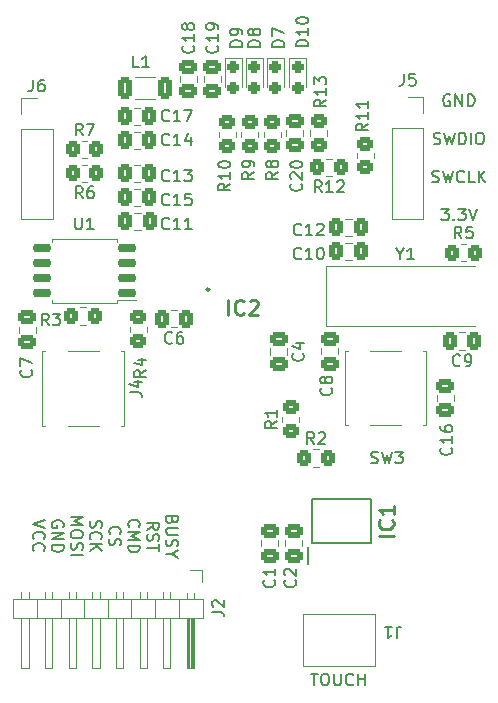
<source format=gto>
G04 #@! TF.GenerationSoftware,KiCad,Pcbnew,6.0.10*
G04 #@! TF.CreationDate,2023-07-05T17:22:53-05:00*
G04 #@! TF.ProjectId,display_board,64697370-6c61-4795-9f62-6f6172642e6b,rev?*
G04 #@! TF.SameCoordinates,Original*
G04 #@! TF.FileFunction,Legend,Top*
G04 #@! TF.FilePolarity,Positive*
%FSLAX46Y46*%
G04 Gerber Fmt 4.6, Leading zero omitted, Abs format (unit mm)*
G04 Created by KiCad (PCBNEW 6.0.10) date 2023-07-05 17:22:53*
%MOMM*%
%LPD*%
G01*
G04 APERTURE LIST*
G04 Aperture macros list*
%AMRoundRect*
0 Rectangle with rounded corners*
0 $1 Rounding radius*
0 $2 $3 $4 $5 $6 $7 $8 $9 X,Y pos of 4 corners*
0 Add a 4 corners polygon primitive as box body*
4,1,4,$2,$3,$4,$5,$6,$7,$8,$9,$2,$3,0*
0 Add four circle primitives for the rounded corners*
1,1,$1+$1,$2,$3*
1,1,$1+$1,$4,$5*
1,1,$1+$1,$6,$7*
1,1,$1+$1,$8,$9*
0 Add four rect primitives between the rounded corners*
20,1,$1+$1,$2,$3,$4,$5,0*
20,1,$1+$1,$4,$5,$6,$7,0*
20,1,$1+$1,$6,$7,$8,$9,0*
20,1,$1+$1,$8,$9,$2,$3,0*%
G04 Aperture macros list end*
%ADD10C,0.150000*%
%ADD11C,0.254000*%
%ADD12C,0.120000*%
%ADD13C,0.200000*%
%ADD14RoundRect,0.250000X0.337500X0.475000X-0.337500X0.475000X-0.337500X-0.475000X0.337500X-0.475000X0*%
%ADD15RoundRect,0.150000X0.650000X0.150000X-0.650000X0.150000X-0.650000X-0.150000X0.650000X-0.150000X0*%
%ADD16R,4.500000X2.000000*%
%ADD17RoundRect,0.250000X0.350000X0.450000X-0.350000X0.450000X-0.350000X-0.450000X0.350000X-0.450000X0*%
%ADD18RoundRect,0.250000X-0.337500X-0.475000X0.337500X-0.475000X0.337500X0.475000X-0.337500X0.475000X0*%
%ADD19RoundRect,0.250000X-0.350000X-0.450000X0.350000X-0.450000X0.350000X0.450000X-0.350000X0.450000X0*%
%ADD20R,1.350000X1.350000*%
%ADD21O,1.350000X1.350000*%
%ADD22R,1.300000X1.550000*%
%ADD23RoundRect,0.250000X0.475000X-0.337500X0.475000X0.337500X-0.475000X0.337500X-0.475000X-0.337500X0*%
%ADD24RoundRect,0.250000X0.362500X0.700000X-0.362500X0.700000X-0.362500X-0.700000X0.362500X-0.700000X0*%
%ADD25RoundRect,0.250000X0.450000X-0.350000X0.450000X0.350000X-0.450000X0.350000X-0.450000X-0.350000X0*%
%ADD26RoundRect,0.237500X-0.237500X0.287500X-0.237500X-0.287500X0.237500X-0.287500X0.237500X0.287500X0*%
%ADD27R,1.700000X1.700000*%
%ADD28O,1.700000X1.700000*%
%ADD29RoundRect,0.250000X-0.475000X0.337500X-0.475000X-0.337500X0.475000X-0.337500X0.475000X0.337500X0*%
%ADD30R,0.200000X0.850000*%
%ADD31R,0.850000X0.200000*%
%ADD32R,3.200000X3.200000*%
%ADD33RoundRect,0.250000X-0.450000X0.350000X-0.450000X-0.350000X0.450000X-0.350000X0.450000X0.350000X0*%
%ADD34R,0.450000X1.475000*%
%ADD35R,0.600000X2.600000*%
%ADD36R,1.600000X8.000000*%
G04 APERTURE END LIST*
D10*
X30662857Y-64476380D02*
X31234285Y-64476380D01*
X30948571Y-65476380D02*
X30948571Y-64476380D01*
X31758095Y-64476380D02*
X31948571Y-64476380D01*
X32043809Y-64524000D01*
X32139047Y-64619238D01*
X32186666Y-64809714D01*
X32186666Y-65143047D01*
X32139047Y-65333523D01*
X32043809Y-65428761D01*
X31948571Y-65476380D01*
X31758095Y-65476380D01*
X31662857Y-65428761D01*
X31567619Y-65333523D01*
X31520000Y-65143047D01*
X31520000Y-64809714D01*
X31567619Y-64619238D01*
X31662857Y-64524000D01*
X31758095Y-64476380D01*
X32615238Y-64476380D02*
X32615238Y-65285904D01*
X32662857Y-65381142D01*
X32710476Y-65428761D01*
X32805714Y-65476380D01*
X32996190Y-65476380D01*
X33091428Y-65428761D01*
X33139047Y-65381142D01*
X33186666Y-65285904D01*
X33186666Y-64476380D01*
X34234285Y-65381142D02*
X34186666Y-65428761D01*
X34043809Y-65476380D01*
X33948571Y-65476380D01*
X33805714Y-65428761D01*
X33710476Y-65333523D01*
X33662857Y-65238285D01*
X33615238Y-65047809D01*
X33615238Y-64904952D01*
X33662857Y-64714476D01*
X33710476Y-64619238D01*
X33805714Y-64524000D01*
X33948571Y-64476380D01*
X34043809Y-64476380D01*
X34186666Y-64524000D01*
X34234285Y-64571619D01*
X34662857Y-65476380D02*
X34662857Y-64476380D01*
X34662857Y-64952571D02*
X35234285Y-64952571D01*
X35234285Y-65476380D02*
X35234285Y-64476380D01*
X18914428Y-51474857D02*
X18866809Y-51617714D01*
X18819190Y-51665333D01*
X18723952Y-51712952D01*
X18581095Y-51712952D01*
X18485857Y-51665333D01*
X18438238Y-51617714D01*
X18390619Y-51522476D01*
X18390619Y-51141523D01*
X19390619Y-51141523D01*
X19390619Y-51474857D01*
X19343000Y-51570095D01*
X19295380Y-51617714D01*
X19200142Y-51665333D01*
X19104904Y-51665333D01*
X19009666Y-51617714D01*
X18962047Y-51570095D01*
X18914428Y-51474857D01*
X18914428Y-51141523D01*
X19390619Y-52141523D02*
X18581095Y-52141523D01*
X18485857Y-52189142D01*
X18438238Y-52236761D01*
X18390619Y-52332000D01*
X18390619Y-52522476D01*
X18438238Y-52617714D01*
X18485857Y-52665333D01*
X18581095Y-52712952D01*
X19390619Y-52712952D01*
X18438238Y-53141523D02*
X18390619Y-53284380D01*
X18390619Y-53522476D01*
X18438238Y-53617714D01*
X18485857Y-53665333D01*
X18581095Y-53712952D01*
X18676333Y-53712952D01*
X18771571Y-53665333D01*
X18819190Y-53617714D01*
X18866809Y-53522476D01*
X18914428Y-53332000D01*
X18962047Y-53236761D01*
X19009666Y-53189142D01*
X19104904Y-53141523D01*
X19200142Y-53141523D01*
X19295380Y-53189142D01*
X19343000Y-53236761D01*
X19390619Y-53332000D01*
X19390619Y-53570095D01*
X19343000Y-53712952D01*
X18866809Y-54332000D02*
X18390619Y-54332000D01*
X19390619Y-53998666D02*
X18866809Y-54332000D01*
X19390619Y-54665333D01*
X16780619Y-52284380D02*
X17256809Y-51951047D01*
X16780619Y-51712952D02*
X17780619Y-51712952D01*
X17780619Y-52093904D01*
X17733000Y-52189142D01*
X17685380Y-52236761D01*
X17590142Y-52284380D01*
X17447285Y-52284380D01*
X17352047Y-52236761D01*
X17304428Y-52189142D01*
X17256809Y-52093904D01*
X17256809Y-51712952D01*
X16828238Y-52665333D02*
X16780619Y-52808190D01*
X16780619Y-53046285D01*
X16828238Y-53141523D01*
X16875857Y-53189142D01*
X16971095Y-53236761D01*
X17066333Y-53236761D01*
X17161571Y-53189142D01*
X17209190Y-53141523D01*
X17256809Y-53046285D01*
X17304428Y-52855809D01*
X17352047Y-52760571D01*
X17399666Y-52712952D01*
X17494904Y-52665333D01*
X17590142Y-52665333D01*
X17685380Y-52712952D01*
X17733000Y-52760571D01*
X17780619Y-52855809D01*
X17780619Y-53093904D01*
X17733000Y-53236761D01*
X17780619Y-53522476D02*
X17780619Y-54093904D01*
X16780619Y-53808190D02*
X17780619Y-53808190D01*
X15265857Y-52070095D02*
X15218238Y-52022476D01*
X15170619Y-51879619D01*
X15170619Y-51784380D01*
X15218238Y-51641523D01*
X15313476Y-51546285D01*
X15408714Y-51498666D01*
X15599190Y-51451047D01*
X15742047Y-51451047D01*
X15932523Y-51498666D01*
X16027761Y-51546285D01*
X16123000Y-51641523D01*
X16170619Y-51784380D01*
X16170619Y-51879619D01*
X16123000Y-52022476D01*
X16075380Y-52070095D01*
X15170619Y-52498666D02*
X16170619Y-52498666D01*
X15456333Y-52832000D01*
X16170619Y-53165333D01*
X15170619Y-53165333D01*
X15170619Y-53641523D02*
X16170619Y-53641523D01*
X16170619Y-53879619D01*
X16123000Y-54022476D01*
X16027761Y-54117714D01*
X15932523Y-54165333D01*
X15742047Y-54212952D01*
X15599190Y-54212952D01*
X15408714Y-54165333D01*
X15313476Y-54117714D01*
X15218238Y-54022476D01*
X15170619Y-53879619D01*
X15170619Y-53641523D01*
X13655857Y-52665333D02*
X13608238Y-52617714D01*
X13560619Y-52474857D01*
X13560619Y-52379619D01*
X13608238Y-52236761D01*
X13703476Y-52141523D01*
X13798714Y-52093904D01*
X13989190Y-52046285D01*
X14132047Y-52046285D01*
X14322523Y-52093904D01*
X14417761Y-52141523D01*
X14513000Y-52236761D01*
X14560619Y-52379619D01*
X14560619Y-52474857D01*
X14513000Y-52617714D01*
X14465380Y-52665333D01*
X13608238Y-53046285D02*
X13560619Y-53189142D01*
X13560619Y-53427238D01*
X13608238Y-53522476D01*
X13655857Y-53570095D01*
X13751095Y-53617714D01*
X13846333Y-53617714D01*
X13941571Y-53570095D01*
X13989190Y-53522476D01*
X14036809Y-53427238D01*
X14084428Y-53236761D01*
X14132047Y-53141523D01*
X14179666Y-53093904D01*
X14274904Y-53046285D01*
X14370142Y-53046285D01*
X14465380Y-53093904D01*
X14513000Y-53141523D01*
X14560619Y-53236761D01*
X14560619Y-53474857D01*
X14513000Y-53617714D01*
X11998238Y-51546285D02*
X11950619Y-51689142D01*
X11950619Y-51927238D01*
X11998238Y-52022476D01*
X12045857Y-52070095D01*
X12141095Y-52117714D01*
X12236333Y-52117714D01*
X12331571Y-52070095D01*
X12379190Y-52022476D01*
X12426809Y-51927238D01*
X12474428Y-51736761D01*
X12522047Y-51641523D01*
X12569666Y-51593904D01*
X12664904Y-51546285D01*
X12760142Y-51546285D01*
X12855380Y-51593904D01*
X12903000Y-51641523D01*
X12950619Y-51736761D01*
X12950619Y-51974857D01*
X12903000Y-52117714D01*
X12045857Y-53117714D02*
X11998238Y-53070095D01*
X11950619Y-52927238D01*
X11950619Y-52832000D01*
X11998238Y-52689142D01*
X12093476Y-52593904D01*
X12188714Y-52546285D01*
X12379190Y-52498666D01*
X12522047Y-52498666D01*
X12712523Y-52546285D01*
X12807761Y-52593904D01*
X12903000Y-52689142D01*
X12950619Y-52832000D01*
X12950619Y-52927238D01*
X12903000Y-53070095D01*
X12855380Y-53117714D01*
X11950619Y-53546285D02*
X12950619Y-53546285D01*
X11950619Y-54117714D02*
X12522047Y-53689142D01*
X12950619Y-54117714D02*
X12379190Y-53546285D01*
X10340619Y-51260571D02*
X11340619Y-51260571D01*
X10626333Y-51593904D01*
X11340619Y-51927238D01*
X10340619Y-51927238D01*
X11340619Y-52593904D02*
X11340619Y-52784380D01*
X11293000Y-52879619D01*
X11197761Y-52974857D01*
X11007285Y-53022476D01*
X10673952Y-53022476D01*
X10483476Y-52974857D01*
X10388238Y-52879619D01*
X10340619Y-52784380D01*
X10340619Y-52593904D01*
X10388238Y-52498666D01*
X10483476Y-52403428D01*
X10673952Y-52355809D01*
X11007285Y-52355809D01*
X11197761Y-52403428D01*
X11293000Y-52498666D01*
X11340619Y-52593904D01*
X10388238Y-53403428D02*
X10340619Y-53546285D01*
X10340619Y-53784380D01*
X10388238Y-53879619D01*
X10435857Y-53927238D01*
X10531095Y-53974857D01*
X10626333Y-53974857D01*
X10721571Y-53927238D01*
X10769190Y-53879619D01*
X10816809Y-53784380D01*
X10864428Y-53593904D01*
X10912047Y-53498666D01*
X10959666Y-53451047D01*
X11054904Y-53403428D01*
X11150142Y-53403428D01*
X11245380Y-53451047D01*
X11293000Y-53498666D01*
X11340619Y-53593904D01*
X11340619Y-53832000D01*
X11293000Y-53974857D01*
X10340619Y-54403428D02*
X11340619Y-54403428D01*
X9683000Y-52070095D02*
X9730619Y-51974857D01*
X9730619Y-51832000D01*
X9683000Y-51689142D01*
X9587761Y-51593904D01*
X9492523Y-51546285D01*
X9302047Y-51498666D01*
X9159190Y-51498666D01*
X8968714Y-51546285D01*
X8873476Y-51593904D01*
X8778238Y-51689142D01*
X8730619Y-51832000D01*
X8730619Y-51927238D01*
X8778238Y-52070095D01*
X8825857Y-52117714D01*
X9159190Y-52117714D01*
X9159190Y-51927238D01*
X8730619Y-52546285D02*
X9730619Y-52546285D01*
X8730619Y-53117714D01*
X9730619Y-53117714D01*
X8730619Y-53593904D02*
X9730619Y-53593904D01*
X9730619Y-53832000D01*
X9683000Y-53974857D01*
X9587761Y-54070095D01*
X9492523Y-54117714D01*
X9302047Y-54165333D01*
X9159190Y-54165333D01*
X8968714Y-54117714D01*
X8873476Y-54070095D01*
X8778238Y-53974857D01*
X8730619Y-53832000D01*
X8730619Y-53593904D01*
X8120619Y-51498666D02*
X7120619Y-51832000D01*
X8120619Y-52165333D01*
X7215857Y-53070095D02*
X7168238Y-53022476D01*
X7120619Y-52879619D01*
X7120619Y-52784380D01*
X7168238Y-52641523D01*
X7263476Y-52546285D01*
X7358714Y-52498666D01*
X7549190Y-52451047D01*
X7692047Y-52451047D01*
X7882523Y-52498666D01*
X7977761Y-52546285D01*
X8073000Y-52641523D01*
X8120619Y-52784380D01*
X8120619Y-52879619D01*
X8073000Y-53022476D01*
X8025380Y-53070095D01*
X7215857Y-54070095D02*
X7168238Y-54022476D01*
X7120619Y-53879619D01*
X7120619Y-53784380D01*
X7168238Y-53641523D01*
X7263476Y-53546285D01*
X7358714Y-53498666D01*
X7549190Y-53451047D01*
X7692047Y-53451047D01*
X7882523Y-53498666D01*
X7977761Y-53546285D01*
X8073000Y-53641523D01*
X8120619Y-53784380D01*
X8120619Y-53879619D01*
X8073000Y-54022476D01*
X8025380Y-54070095D01*
X42418095Y-15498000D02*
X42322857Y-15450380D01*
X42180000Y-15450380D01*
X42037142Y-15498000D01*
X41941904Y-15593238D01*
X41894285Y-15688476D01*
X41846666Y-15878952D01*
X41846666Y-16021809D01*
X41894285Y-16212285D01*
X41941904Y-16307523D01*
X42037142Y-16402761D01*
X42180000Y-16450380D01*
X42275238Y-16450380D01*
X42418095Y-16402761D01*
X42465714Y-16355142D01*
X42465714Y-16021809D01*
X42275238Y-16021809D01*
X42894285Y-16450380D02*
X42894285Y-15450380D01*
X43465714Y-16450380D01*
X43465714Y-15450380D01*
X43941904Y-16450380D02*
X43941904Y-15450380D01*
X44180000Y-15450380D01*
X44322857Y-15498000D01*
X44418095Y-15593238D01*
X44465714Y-15688476D01*
X44513333Y-15878952D01*
X44513333Y-16021809D01*
X44465714Y-16212285D01*
X44418095Y-16307523D01*
X44322857Y-16402761D01*
X44180000Y-16450380D01*
X43941904Y-16450380D01*
X41060952Y-19622761D02*
X41203809Y-19670380D01*
X41441904Y-19670380D01*
X41537142Y-19622761D01*
X41584761Y-19575142D01*
X41632380Y-19479904D01*
X41632380Y-19384666D01*
X41584761Y-19289428D01*
X41537142Y-19241809D01*
X41441904Y-19194190D01*
X41251428Y-19146571D01*
X41156190Y-19098952D01*
X41108571Y-19051333D01*
X41060952Y-18956095D01*
X41060952Y-18860857D01*
X41108571Y-18765619D01*
X41156190Y-18718000D01*
X41251428Y-18670380D01*
X41489523Y-18670380D01*
X41632380Y-18718000D01*
X41965714Y-18670380D02*
X42203809Y-19670380D01*
X42394285Y-18956095D01*
X42584761Y-19670380D01*
X42822857Y-18670380D01*
X43203809Y-19670380D02*
X43203809Y-18670380D01*
X43441904Y-18670380D01*
X43584761Y-18718000D01*
X43680000Y-18813238D01*
X43727619Y-18908476D01*
X43775238Y-19098952D01*
X43775238Y-19241809D01*
X43727619Y-19432285D01*
X43680000Y-19527523D01*
X43584761Y-19622761D01*
X43441904Y-19670380D01*
X43203809Y-19670380D01*
X44203809Y-19670380D02*
X44203809Y-18670380D01*
X44870476Y-18670380D02*
X45060952Y-18670380D01*
X45156190Y-18718000D01*
X45251428Y-18813238D01*
X45299047Y-19003714D01*
X45299047Y-19337047D01*
X45251428Y-19527523D01*
X45156190Y-19622761D01*
X45060952Y-19670380D01*
X44870476Y-19670380D01*
X44775238Y-19622761D01*
X44680000Y-19527523D01*
X44632380Y-19337047D01*
X44632380Y-19003714D01*
X44680000Y-18813238D01*
X44775238Y-18718000D01*
X44870476Y-18670380D01*
X40918095Y-22842761D02*
X41060952Y-22890380D01*
X41299047Y-22890380D01*
X41394285Y-22842761D01*
X41441904Y-22795142D01*
X41489523Y-22699904D01*
X41489523Y-22604666D01*
X41441904Y-22509428D01*
X41394285Y-22461809D01*
X41299047Y-22414190D01*
X41108571Y-22366571D01*
X41013333Y-22318952D01*
X40965714Y-22271333D01*
X40918095Y-22176095D01*
X40918095Y-22080857D01*
X40965714Y-21985619D01*
X41013333Y-21938000D01*
X41108571Y-21890380D01*
X41346666Y-21890380D01*
X41489523Y-21938000D01*
X41822857Y-21890380D02*
X42060952Y-22890380D01*
X42251428Y-22176095D01*
X42441904Y-22890380D01*
X42680000Y-21890380D01*
X43632380Y-22795142D02*
X43584761Y-22842761D01*
X43441904Y-22890380D01*
X43346666Y-22890380D01*
X43203809Y-22842761D01*
X43108571Y-22747523D01*
X43060952Y-22652285D01*
X43013333Y-22461809D01*
X43013333Y-22318952D01*
X43060952Y-22128476D01*
X43108571Y-22033238D01*
X43203809Y-21938000D01*
X43346666Y-21890380D01*
X43441904Y-21890380D01*
X43584761Y-21938000D01*
X43632380Y-21985619D01*
X44537142Y-22890380D02*
X44060952Y-22890380D01*
X44060952Y-21890380D01*
X44870476Y-22890380D02*
X44870476Y-21890380D01*
X45441904Y-22890380D02*
X45013333Y-22318952D01*
X45441904Y-21890380D02*
X44870476Y-22461809D01*
X41703809Y-25110380D02*
X42322857Y-25110380D01*
X41989523Y-25491333D01*
X42132380Y-25491333D01*
X42227619Y-25538952D01*
X42275238Y-25586571D01*
X42322857Y-25681809D01*
X42322857Y-25919904D01*
X42275238Y-26015142D01*
X42227619Y-26062761D01*
X42132380Y-26110380D01*
X41846666Y-26110380D01*
X41751428Y-26062761D01*
X41703809Y-26015142D01*
X42751428Y-26015142D02*
X42799047Y-26062761D01*
X42751428Y-26110380D01*
X42703809Y-26062761D01*
X42751428Y-26015142D01*
X42751428Y-26110380D01*
X43132380Y-25110380D02*
X43751428Y-25110380D01*
X43418095Y-25491333D01*
X43560952Y-25491333D01*
X43656190Y-25538952D01*
X43703809Y-25586571D01*
X43751428Y-25681809D01*
X43751428Y-25919904D01*
X43703809Y-26015142D01*
X43656190Y-26062761D01*
X43560952Y-26110380D01*
X43275238Y-26110380D01*
X43180000Y-26062761D01*
X43132380Y-26015142D01*
X44037142Y-25110380D02*
X44370476Y-26110380D01*
X44703809Y-25110380D01*
X18661142Y-17629142D02*
X18613523Y-17676761D01*
X18470666Y-17724380D01*
X18375428Y-17724380D01*
X18232571Y-17676761D01*
X18137333Y-17581523D01*
X18089714Y-17486285D01*
X18042095Y-17295809D01*
X18042095Y-17152952D01*
X18089714Y-16962476D01*
X18137333Y-16867238D01*
X18232571Y-16772000D01*
X18375428Y-16724380D01*
X18470666Y-16724380D01*
X18613523Y-16772000D01*
X18661142Y-16819619D01*
X19613523Y-17724380D02*
X19042095Y-17724380D01*
X19327809Y-17724380D02*
X19327809Y-16724380D01*
X19232571Y-16867238D01*
X19137333Y-16962476D01*
X19042095Y-17010095D01*
X19946857Y-16724380D02*
X20613523Y-16724380D01*
X20184952Y-17724380D01*
X18661142Y-24741142D02*
X18613523Y-24788761D01*
X18470666Y-24836380D01*
X18375428Y-24836380D01*
X18232571Y-24788761D01*
X18137333Y-24693523D01*
X18089714Y-24598285D01*
X18042095Y-24407809D01*
X18042095Y-24264952D01*
X18089714Y-24074476D01*
X18137333Y-23979238D01*
X18232571Y-23884000D01*
X18375428Y-23836380D01*
X18470666Y-23836380D01*
X18613523Y-23884000D01*
X18661142Y-23931619D01*
X19613523Y-24836380D02*
X19042095Y-24836380D01*
X19327809Y-24836380D02*
X19327809Y-23836380D01*
X19232571Y-23979238D01*
X19137333Y-24074476D01*
X19042095Y-24122095D01*
X20518285Y-23836380D02*
X20042095Y-23836380D01*
X19994476Y-24312571D01*
X20042095Y-24264952D01*
X20137333Y-24217333D01*
X20375428Y-24217333D01*
X20470666Y-24264952D01*
X20518285Y-24312571D01*
X20565904Y-24407809D01*
X20565904Y-24645904D01*
X20518285Y-24741142D01*
X20470666Y-24788761D01*
X20375428Y-24836380D01*
X20137333Y-24836380D01*
X20042095Y-24788761D01*
X19994476Y-24741142D01*
X10710095Y-25868380D02*
X10710095Y-26677904D01*
X10757714Y-26773142D01*
X10805333Y-26820761D01*
X10900571Y-26868380D01*
X11091047Y-26868380D01*
X11186285Y-26820761D01*
X11233904Y-26773142D01*
X11281523Y-26677904D01*
X11281523Y-25868380D01*
X12281523Y-26868380D02*
X11710095Y-26868380D01*
X11995809Y-26868380D02*
X11995809Y-25868380D01*
X11900571Y-26011238D01*
X11805333Y-26106476D01*
X11710095Y-26154095D01*
X38199809Y-28938190D02*
X38199809Y-29414380D01*
X37866476Y-28414380D02*
X38199809Y-28938190D01*
X38533142Y-28414380D01*
X39390285Y-29414380D02*
X38818857Y-29414380D01*
X39104571Y-29414380D02*
X39104571Y-28414380D01*
X39009333Y-28557238D01*
X38914095Y-28652476D01*
X38818857Y-28700095D01*
X8469333Y-34996380D02*
X8136000Y-34520190D01*
X7897904Y-34996380D02*
X7897904Y-33996380D01*
X8278857Y-33996380D01*
X8374095Y-34044000D01*
X8421714Y-34091619D01*
X8469333Y-34186857D01*
X8469333Y-34329714D01*
X8421714Y-34424952D01*
X8374095Y-34472571D01*
X8278857Y-34520190D01*
X7897904Y-34520190D01*
X8802666Y-33996380D02*
X9421714Y-33996380D01*
X9088380Y-34377333D01*
X9231238Y-34377333D01*
X9326476Y-34424952D01*
X9374095Y-34472571D01*
X9421714Y-34567809D01*
X9421714Y-34805904D01*
X9374095Y-34901142D01*
X9326476Y-34948761D01*
X9231238Y-34996380D01*
X8945523Y-34996380D01*
X8850285Y-34948761D01*
X8802666Y-34901142D01*
X29837142Y-29313142D02*
X29789523Y-29360761D01*
X29646666Y-29408380D01*
X29551428Y-29408380D01*
X29408571Y-29360761D01*
X29313333Y-29265523D01*
X29265714Y-29170285D01*
X29218095Y-28979809D01*
X29218095Y-28836952D01*
X29265714Y-28646476D01*
X29313333Y-28551238D01*
X29408571Y-28456000D01*
X29551428Y-28408380D01*
X29646666Y-28408380D01*
X29789523Y-28456000D01*
X29837142Y-28503619D01*
X30789523Y-29408380D02*
X30218095Y-29408380D01*
X30503809Y-29408380D02*
X30503809Y-28408380D01*
X30408571Y-28551238D01*
X30313333Y-28646476D01*
X30218095Y-28694095D01*
X31408571Y-28408380D02*
X31503809Y-28408380D01*
X31599047Y-28456000D01*
X31646666Y-28503619D01*
X31694285Y-28598857D01*
X31741904Y-28789333D01*
X31741904Y-29027428D01*
X31694285Y-29217904D01*
X31646666Y-29313142D01*
X31599047Y-29360761D01*
X31503809Y-29408380D01*
X31408571Y-29408380D01*
X31313333Y-29360761D01*
X31265714Y-29313142D01*
X31218095Y-29217904D01*
X31170476Y-29027428D01*
X31170476Y-28789333D01*
X31218095Y-28598857D01*
X31265714Y-28503619D01*
X31313333Y-28456000D01*
X31408571Y-28408380D01*
X43410333Y-27631380D02*
X43077000Y-27155190D01*
X42838904Y-27631380D02*
X42838904Y-26631380D01*
X43219857Y-26631380D01*
X43315095Y-26679000D01*
X43362714Y-26726619D01*
X43410333Y-26821857D01*
X43410333Y-26964714D01*
X43362714Y-27059952D01*
X43315095Y-27107571D01*
X43219857Y-27155190D01*
X42838904Y-27155190D01*
X44315095Y-26631380D02*
X43838904Y-26631380D01*
X43791285Y-27107571D01*
X43838904Y-27059952D01*
X43934142Y-27012333D01*
X44172238Y-27012333D01*
X44267476Y-27059952D01*
X44315095Y-27107571D01*
X44362714Y-27202809D01*
X44362714Y-27440904D01*
X44315095Y-27536142D01*
X44267476Y-27583761D01*
X44172238Y-27631380D01*
X43934142Y-27631380D01*
X43838904Y-27583761D01*
X43791285Y-27536142D01*
X22312380Y-59261333D02*
X23026666Y-59261333D01*
X23169523Y-59308952D01*
X23264761Y-59404190D01*
X23312380Y-59547047D01*
X23312380Y-59642285D01*
X22407619Y-58832761D02*
X22360000Y-58785142D01*
X22312380Y-58689904D01*
X22312380Y-58451809D01*
X22360000Y-58356571D01*
X22407619Y-58308952D01*
X22502857Y-58261333D01*
X22598095Y-58261333D01*
X22740952Y-58308952D01*
X23312380Y-58880380D01*
X23312380Y-58261333D01*
X35750666Y-46632761D02*
X35893523Y-46680380D01*
X36131619Y-46680380D01*
X36226857Y-46632761D01*
X36274476Y-46585142D01*
X36322095Y-46489904D01*
X36322095Y-46394666D01*
X36274476Y-46299428D01*
X36226857Y-46251809D01*
X36131619Y-46204190D01*
X35941142Y-46156571D01*
X35845904Y-46108952D01*
X35798285Y-46061333D01*
X35750666Y-45966095D01*
X35750666Y-45870857D01*
X35798285Y-45775619D01*
X35845904Y-45728000D01*
X35941142Y-45680380D01*
X36179238Y-45680380D01*
X36322095Y-45728000D01*
X36655428Y-45680380D02*
X36893523Y-46680380D01*
X37084000Y-45966095D01*
X37274476Y-46680380D01*
X37512571Y-45680380D01*
X37798285Y-45680380D02*
X38417333Y-45680380D01*
X38084000Y-46061333D01*
X38226857Y-46061333D01*
X38322095Y-46108952D01*
X38369714Y-46156571D01*
X38417333Y-46251809D01*
X38417333Y-46489904D01*
X38369714Y-46585142D01*
X38322095Y-46632761D01*
X38226857Y-46680380D01*
X37941142Y-46680380D01*
X37845904Y-46632761D01*
X37798285Y-46585142D01*
X42521142Y-45346857D02*
X42568761Y-45394476D01*
X42616380Y-45537333D01*
X42616380Y-45632571D01*
X42568761Y-45775428D01*
X42473523Y-45870666D01*
X42378285Y-45918285D01*
X42187809Y-45965904D01*
X42044952Y-45965904D01*
X41854476Y-45918285D01*
X41759238Y-45870666D01*
X41664000Y-45775428D01*
X41616380Y-45632571D01*
X41616380Y-45537333D01*
X41664000Y-45394476D01*
X41711619Y-45346857D01*
X42616380Y-44394476D02*
X42616380Y-44965904D01*
X42616380Y-44680190D02*
X41616380Y-44680190D01*
X41759238Y-44775428D01*
X41854476Y-44870666D01*
X41902095Y-44965904D01*
X41616380Y-43537333D02*
X41616380Y-43727809D01*
X41664000Y-43823047D01*
X41711619Y-43870666D01*
X41854476Y-43965904D01*
X42044952Y-44013523D01*
X42425904Y-44013523D01*
X42521142Y-43965904D01*
X42568761Y-43918285D01*
X42616380Y-43823047D01*
X42616380Y-43632571D01*
X42568761Y-43537333D01*
X42521142Y-43489714D01*
X42425904Y-43442095D01*
X42187809Y-43442095D01*
X42092571Y-43489714D01*
X42044952Y-43537333D01*
X41997333Y-43632571D01*
X41997333Y-43823047D01*
X42044952Y-43918285D01*
X42092571Y-43965904D01*
X42187809Y-44013523D01*
X11333333Y-24238380D02*
X11000000Y-23762190D01*
X10761904Y-24238380D02*
X10761904Y-23238380D01*
X11142857Y-23238380D01*
X11238095Y-23286000D01*
X11285714Y-23333619D01*
X11333333Y-23428857D01*
X11333333Y-23571714D01*
X11285714Y-23666952D01*
X11238095Y-23714571D01*
X11142857Y-23762190D01*
X10761904Y-23762190D01*
X12190476Y-23238380D02*
X12000000Y-23238380D01*
X11904761Y-23286000D01*
X11857142Y-23333619D01*
X11761904Y-23476476D01*
X11714285Y-23666952D01*
X11714285Y-24047904D01*
X11761904Y-24143142D01*
X11809523Y-24190761D01*
X11904761Y-24238380D01*
X12095238Y-24238380D01*
X12190476Y-24190761D01*
X12238095Y-24143142D01*
X12285714Y-24047904D01*
X12285714Y-23809809D01*
X12238095Y-23714571D01*
X12190476Y-23666952D01*
X12095238Y-23619333D01*
X11904761Y-23619333D01*
X11809523Y-23666952D01*
X11761904Y-23714571D01*
X11714285Y-23809809D01*
X31558142Y-23730380D02*
X31224809Y-23254190D01*
X30986714Y-23730380D02*
X30986714Y-22730380D01*
X31367666Y-22730380D01*
X31462904Y-22778000D01*
X31510523Y-22825619D01*
X31558142Y-22920857D01*
X31558142Y-23063714D01*
X31510523Y-23158952D01*
X31462904Y-23206571D01*
X31367666Y-23254190D01*
X30986714Y-23254190D01*
X32510523Y-23730380D02*
X31939095Y-23730380D01*
X32224809Y-23730380D02*
X32224809Y-22730380D01*
X32129571Y-22873238D01*
X32034333Y-22968476D01*
X31939095Y-23016095D01*
X32891476Y-22825619D02*
X32939095Y-22778000D01*
X33034333Y-22730380D01*
X33272428Y-22730380D01*
X33367666Y-22778000D01*
X33415285Y-22825619D01*
X33462904Y-22920857D01*
X33462904Y-23016095D01*
X33415285Y-23158952D01*
X32843857Y-23730380D01*
X33462904Y-23730380D01*
X18661142Y-26773142D02*
X18613523Y-26820761D01*
X18470666Y-26868380D01*
X18375428Y-26868380D01*
X18232571Y-26820761D01*
X18137333Y-26725523D01*
X18089714Y-26630285D01*
X18042095Y-26439809D01*
X18042095Y-26296952D01*
X18089714Y-26106476D01*
X18137333Y-26011238D01*
X18232571Y-25916000D01*
X18375428Y-25868380D01*
X18470666Y-25868380D01*
X18613523Y-25916000D01*
X18661142Y-25963619D01*
X19613523Y-26868380D02*
X19042095Y-26868380D01*
X19327809Y-26868380D02*
X19327809Y-25868380D01*
X19232571Y-26011238D01*
X19137333Y-26106476D01*
X19042095Y-26154095D01*
X20565904Y-26868380D02*
X19994476Y-26868380D01*
X20280190Y-26868380D02*
X20280190Y-25868380D01*
X20184952Y-26011238D01*
X20089714Y-26106476D01*
X19994476Y-26154095D01*
X11333333Y-18906380D02*
X11000000Y-18430190D01*
X10761904Y-18906380D02*
X10761904Y-17906380D01*
X11142857Y-17906380D01*
X11238095Y-17954000D01*
X11285714Y-18001619D01*
X11333333Y-18096857D01*
X11333333Y-18239714D01*
X11285714Y-18334952D01*
X11238095Y-18382571D01*
X11142857Y-18430190D01*
X10761904Y-18430190D01*
X11666666Y-17906380D02*
X12333333Y-17906380D01*
X11904761Y-18906380D01*
X20677142Y-11310857D02*
X20724761Y-11358476D01*
X20772380Y-11501333D01*
X20772380Y-11596571D01*
X20724761Y-11739428D01*
X20629523Y-11834666D01*
X20534285Y-11882285D01*
X20343809Y-11929904D01*
X20200952Y-11929904D01*
X20010476Y-11882285D01*
X19915238Y-11834666D01*
X19820000Y-11739428D01*
X19772380Y-11596571D01*
X19772380Y-11501333D01*
X19820000Y-11358476D01*
X19867619Y-11310857D01*
X20772380Y-10358476D02*
X20772380Y-10929904D01*
X20772380Y-10644190D02*
X19772380Y-10644190D01*
X19915238Y-10739428D01*
X20010476Y-10834666D01*
X20058095Y-10929904D01*
X20200952Y-9787047D02*
X20153333Y-9882285D01*
X20105714Y-9929904D01*
X20010476Y-9977523D01*
X19962857Y-9977523D01*
X19867619Y-9929904D01*
X19820000Y-9882285D01*
X19772380Y-9787047D01*
X19772380Y-9596571D01*
X19820000Y-9501333D01*
X19867619Y-9453714D01*
X19962857Y-9406095D01*
X20010476Y-9406095D01*
X20105714Y-9453714D01*
X20153333Y-9501333D01*
X20200952Y-9596571D01*
X20200952Y-9787047D01*
X20248571Y-9882285D01*
X20296190Y-9929904D01*
X20391428Y-9977523D01*
X20581904Y-9977523D01*
X20677142Y-9929904D01*
X20724761Y-9882285D01*
X20772380Y-9787047D01*
X20772380Y-9596571D01*
X20724761Y-9501333D01*
X20677142Y-9453714D01*
X20581904Y-9406095D01*
X20391428Y-9406095D01*
X20296190Y-9453714D01*
X20248571Y-9501333D01*
X20200952Y-9596571D01*
X16089333Y-13152380D02*
X15613142Y-13152380D01*
X15613142Y-12152380D01*
X16946476Y-13152380D02*
X16375047Y-13152380D01*
X16660761Y-13152380D02*
X16660761Y-12152380D01*
X16565523Y-12295238D01*
X16470285Y-12390476D01*
X16375047Y-12438095D01*
X31948380Y-15882857D02*
X31472190Y-16216190D01*
X31948380Y-16454285D02*
X30948380Y-16454285D01*
X30948380Y-16073333D01*
X30996000Y-15978095D01*
X31043619Y-15930476D01*
X31138857Y-15882857D01*
X31281714Y-15882857D01*
X31376952Y-15930476D01*
X31424571Y-15978095D01*
X31472190Y-16073333D01*
X31472190Y-16454285D01*
X31948380Y-14930476D02*
X31948380Y-15501904D01*
X31948380Y-15216190D02*
X30948380Y-15216190D01*
X31091238Y-15311428D01*
X31186476Y-15406666D01*
X31234095Y-15501904D01*
X30948380Y-14597142D02*
X30948380Y-13978095D01*
X31329333Y-14311428D01*
X31329333Y-14168571D01*
X31376952Y-14073333D01*
X31424571Y-14025714D01*
X31519809Y-13978095D01*
X31757904Y-13978095D01*
X31853142Y-14025714D01*
X31900761Y-14073333D01*
X31948380Y-14168571D01*
X31948380Y-14454285D01*
X31900761Y-14549523D01*
X31853142Y-14597142D01*
X23820380Y-22994857D02*
X23344190Y-23328190D01*
X23820380Y-23566285D02*
X22820380Y-23566285D01*
X22820380Y-23185333D01*
X22868000Y-23090095D01*
X22915619Y-23042476D01*
X23010857Y-22994857D01*
X23153714Y-22994857D01*
X23248952Y-23042476D01*
X23296571Y-23090095D01*
X23344190Y-23185333D01*
X23344190Y-23566285D01*
X23820380Y-22042476D02*
X23820380Y-22613904D01*
X23820380Y-22328190D02*
X22820380Y-22328190D01*
X22963238Y-22423428D01*
X23058476Y-22518666D01*
X23106095Y-22613904D01*
X22820380Y-21423428D02*
X22820380Y-21328190D01*
X22868000Y-21232952D01*
X22915619Y-21185333D01*
X23010857Y-21137714D01*
X23201333Y-21090095D01*
X23439428Y-21090095D01*
X23629904Y-21137714D01*
X23725142Y-21185333D01*
X23772761Y-21232952D01*
X23820380Y-21328190D01*
X23820380Y-21423428D01*
X23772761Y-21518666D01*
X23725142Y-21566285D01*
X23629904Y-21613904D01*
X23439428Y-21661523D01*
X23201333Y-21661523D01*
X23010857Y-21613904D01*
X22915619Y-21566285D01*
X22868000Y-21518666D01*
X22820380Y-21423428D01*
X18904833Y-36454142D02*
X18857214Y-36501761D01*
X18714357Y-36549380D01*
X18619119Y-36549380D01*
X18476261Y-36501761D01*
X18381023Y-36406523D01*
X18333404Y-36311285D01*
X18285785Y-36120809D01*
X18285785Y-35977952D01*
X18333404Y-35787476D01*
X18381023Y-35692238D01*
X18476261Y-35597000D01*
X18619119Y-35549380D01*
X18714357Y-35549380D01*
X18857214Y-35597000D01*
X18904833Y-35644619D01*
X19761976Y-35549380D02*
X19571500Y-35549380D01*
X19476261Y-35597000D01*
X19428642Y-35644619D01*
X19333404Y-35787476D01*
X19285785Y-35977952D01*
X19285785Y-36358904D01*
X19333404Y-36454142D01*
X19381023Y-36501761D01*
X19476261Y-36549380D01*
X19666738Y-36549380D01*
X19761976Y-36501761D01*
X19809595Y-36454142D01*
X19857214Y-36358904D01*
X19857214Y-36120809D01*
X19809595Y-36025571D01*
X19761976Y-35977952D01*
X19666738Y-35930333D01*
X19476261Y-35930333D01*
X19381023Y-35977952D01*
X19333404Y-36025571D01*
X19285785Y-36120809D01*
X30424380Y-11374285D02*
X29424380Y-11374285D01*
X29424380Y-11136190D01*
X29472000Y-10993333D01*
X29567238Y-10898095D01*
X29662476Y-10850476D01*
X29852952Y-10802857D01*
X29995809Y-10802857D01*
X30186285Y-10850476D01*
X30281523Y-10898095D01*
X30376761Y-10993333D01*
X30424380Y-11136190D01*
X30424380Y-11374285D01*
X30424380Y-9850476D02*
X30424380Y-10421904D01*
X30424380Y-10136190D02*
X29424380Y-10136190D01*
X29567238Y-10231428D01*
X29662476Y-10326666D01*
X29710095Y-10421904D01*
X29424380Y-9231428D02*
X29424380Y-9136190D01*
X29472000Y-9040952D01*
X29519619Y-8993333D01*
X29614857Y-8945714D01*
X29805333Y-8898095D01*
X30043428Y-8898095D01*
X30233904Y-8945714D01*
X30329142Y-8993333D01*
X30376761Y-9040952D01*
X30424380Y-9136190D01*
X30424380Y-9231428D01*
X30376761Y-9326666D01*
X30329142Y-9374285D01*
X30233904Y-9421904D01*
X30043428Y-9469523D01*
X29805333Y-9469523D01*
X29614857Y-9421904D01*
X29519619Y-9374285D01*
X29472000Y-9326666D01*
X29424380Y-9231428D01*
X38528666Y-13700380D02*
X38528666Y-14414666D01*
X38481047Y-14557523D01*
X38385809Y-14652761D01*
X38242952Y-14700380D01*
X38147714Y-14700380D01*
X39481047Y-13700380D02*
X39004857Y-13700380D01*
X38957238Y-14176571D01*
X39004857Y-14128952D01*
X39100095Y-14081333D01*
X39338190Y-14081333D01*
X39433428Y-14128952D01*
X39481047Y-14176571D01*
X39528666Y-14271809D01*
X39528666Y-14509904D01*
X39481047Y-14605142D01*
X39433428Y-14652761D01*
X39338190Y-14700380D01*
X39100095Y-14700380D01*
X39004857Y-14652761D01*
X38957238Y-14605142D01*
X25852380Y-22010666D02*
X25376190Y-22344000D01*
X25852380Y-22582095D02*
X24852380Y-22582095D01*
X24852380Y-22201142D01*
X24900000Y-22105904D01*
X24947619Y-22058285D01*
X25042857Y-22010666D01*
X25185714Y-22010666D01*
X25280952Y-22058285D01*
X25328571Y-22105904D01*
X25376190Y-22201142D01*
X25376190Y-22582095D01*
X25852380Y-21534476D02*
X25852380Y-21344000D01*
X25804761Y-21248761D01*
X25757142Y-21201142D01*
X25614285Y-21105904D01*
X25423809Y-21058285D01*
X25042857Y-21058285D01*
X24947619Y-21105904D01*
X24900000Y-21153523D01*
X24852380Y-21248761D01*
X24852380Y-21439238D01*
X24900000Y-21534476D01*
X24947619Y-21582095D01*
X25042857Y-21629714D01*
X25280952Y-21629714D01*
X25376190Y-21582095D01*
X25423809Y-21534476D01*
X25471428Y-21439238D01*
X25471428Y-21248761D01*
X25423809Y-21153523D01*
X25376190Y-21105904D01*
X25280952Y-21058285D01*
X29977142Y-37377666D02*
X30024761Y-37425285D01*
X30072380Y-37568142D01*
X30072380Y-37663380D01*
X30024761Y-37806238D01*
X29929523Y-37901476D01*
X29834285Y-37949095D01*
X29643809Y-37996714D01*
X29500952Y-37996714D01*
X29310476Y-37949095D01*
X29215238Y-37901476D01*
X29120000Y-37806238D01*
X29072380Y-37663380D01*
X29072380Y-37568142D01*
X29120000Y-37425285D01*
X29167619Y-37377666D01*
X29405714Y-36520523D02*
X30072380Y-36520523D01*
X29024761Y-36758619D02*
X29739047Y-36996714D01*
X29739047Y-36377666D01*
X7118666Y-14188380D02*
X7118666Y-14902666D01*
X7071047Y-15045523D01*
X6975809Y-15140761D01*
X6832952Y-15188380D01*
X6737714Y-15188380D01*
X8023428Y-14188380D02*
X7832952Y-14188380D01*
X7737714Y-14236000D01*
X7690095Y-14283619D01*
X7594857Y-14426476D01*
X7547238Y-14616952D01*
X7547238Y-14997904D01*
X7594857Y-15093142D01*
X7642476Y-15140761D01*
X7737714Y-15188380D01*
X7928190Y-15188380D01*
X8023428Y-15140761D01*
X8071047Y-15093142D01*
X8118666Y-14997904D01*
X8118666Y-14759809D01*
X8071047Y-14664571D01*
X8023428Y-14616952D01*
X7928190Y-14569333D01*
X7737714Y-14569333D01*
X7642476Y-14616952D01*
X7594857Y-14664571D01*
X7547238Y-14759809D01*
X18661142Y-22709142D02*
X18613523Y-22756761D01*
X18470666Y-22804380D01*
X18375428Y-22804380D01*
X18232571Y-22756761D01*
X18137333Y-22661523D01*
X18089714Y-22566285D01*
X18042095Y-22375809D01*
X18042095Y-22232952D01*
X18089714Y-22042476D01*
X18137333Y-21947238D01*
X18232571Y-21852000D01*
X18375428Y-21804380D01*
X18470666Y-21804380D01*
X18613523Y-21852000D01*
X18661142Y-21899619D01*
X19613523Y-22804380D02*
X19042095Y-22804380D01*
X19327809Y-22804380D02*
X19327809Y-21804380D01*
X19232571Y-21947238D01*
X19137333Y-22042476D01*
X19042095Y-22090095D01*
X19946857Y-21804380D02*
X20565904Y-21804380D01*
X20232571Y-22185333D01*
X20375428Y-22185333D01*
X20470666Y-22232952D01*
X20518285Y-22280571D01*
X20565904Y-22375809D01*
X20565904Y-22613904D01*
X20518285Y-22709142D01*
X20470666Y-22756761D01*
X20375428Y-22804380D01*
X20089714Y-22804380D01*
X19994476Y-22756761D01*
X19946857Y-22709142D01*
X18661142Y-19661142D02*
X18613523Y-19708761D01*
X18470666Y-19756380D01*
X18375428Y-19756380D01*
X18232571Y-19708761D01*
X18137333Y-19613523D01*
X18089714Y-19518285D01*
X18042095Y-19327809D01*
X18042095Y-19184952D01*
X18089714Y-18994476D01*
X18137333Y-18899238D01*
X18232571Y-18804000D01*
X18375428Y-18756380D01*
X18470666Y-18756380D01*
X18613523Y-18804000D01*
X18661142Y-18851619D01*
X19613523Y-19756380D02*
X19042095Y-19756380D01*
X19327809Y-19756380D02*
X19327809Y-18756380D01*
X19232571Y-18899238D01*
X19137333Y-18994476D01*
X19042095Y-19042095D01*
X20470666Y-19089714D02*
X20470666Y-19756380D01*
X20232571Y-18708761D02*
X19994476Y-19423047D01*
X20613523Y-19423047D01*
X24836380Y-11406095D02*
X23836380Y-11406095D01*
X23836380Y-11168000D01*
X23884000Y-11025142D01*
X23979238Y-10929904D01*
X24074476Y-10882285D01*
X24264952Y-10834666D01*
X24407809Y-10834666D01*
X24598285Y-10882285D01*
X24693523Y-10929904D01*
X24788761Y-11025142D01*
X24836380Y-11168000D01*
X24836380Y-11406095D01*
X24836380Y-10358476D02*
X24836380Y-10168000D01*
X24788761Y-10072761D01*
X24741142Y-10025142D01*
X24598285Y-9929904D01*
X24407809Y-9882285D01*
X24026857Y-9882285D01*
X23931619Y-9929904D01*
X23884000Y-9977523D01*
X23836380Y-10072761D01*
X23836380Y-10263238D01*
X23884000Y-10358476D01*
X23931619Y-10406095D01*
X24026857Y-10453714D01*
X24264952Y-10453714D01*
X24360190Y-10406095D01*
X24407809Y-10358476D01*
X24455428Y-10263238D01*
X24455428Y-10072761D01*
X24407809Y-9977523D01*
X24360190Y-9929904D01*
X24264952Y-9882285D01*
X29313142Y-56554666D02*
X29360761Y-56602285D01*
X29408380Y-56745142D01*
X29408380Y-56840380D01*
X29360761Y-56983238D01*
X29265523Y-57078476D01*
X29170285Y-57126095D01*
X28979809Y-57173714D01*
X28836952Y-57173714D01*
X28646476Y-57126095D01*
X28551238Y-57078476D01*
X28456000Y-56983238D01*
X28408380Y-56840380D01*
X28408380Y-56745142D01*
X28456000Y-56602285D01*
X28503619Y-56554666D01*
X28503619Y-56173714D02*
X28456000Y-56126095D01*
X28408380Y-56030857D01*
X28408380Y-55792761D01*
X28456000Y-55697523D01*
X28503619Y-55649904D01*
X28598857Y-55602285D01*
X28694095Y-55602285D01*
X28836952Y-55649904D01*
X29408380Y-56221333D01*
X29408380Y-55602285D01*
X22709142Y-11310857D02*
X22756761Y-11358476D01*
X22804380Y-11501333D01*
X22804380Y-11596571D01*
X22756761Y-11739428D01*
X22661523Y-11834666D01*
X22566285Y-11882285D01*
X22375809Y-11929904D01*
X22232952Y-11929904D01*
X22042476Y-11882285D01*
X21947238Y-11834666D01*
X21852000Y-11739428D01*
X21804380Y-11596571D01*
X21804380Y-11501333D01*
X21852000Y-11358476D01*
X21899619Y-11310857D01*
X22804380Y-10358476D02*
X22804380Y-10929904D01*
X22804380Y-10644190D02*
X21804380Y-10644190D01*
X21947238Y-10739428D01*
X22042476Y-10834666D01*
X22090095Y-10929904D01*
X22804380Y-9882285D02*
X22804380Y-9691809D01*
X22756761Y-9596571D01*
X22709142Y-9548952D01*
X22566285Y-9453714D01*
X22375809Y-9406095D01*
X21994857Y-9406095D01*
X21899619Y-9453714D01*
X21852000Y-9501333D01*
X21804380Y-9596571D01*
X21804380Y-9787047D01*
X21852000Y-9882285D01*
X21899619Y-9929904D01*
X21994857Y-9977523D01*
X22232952Y-9977523D01*
X22328190Y-9929904D01*
X22375809Y-9882285D01*
X22423428Y-9787047D01*
X22423428Y-9596571D01*
X22375809Y-9501333D01*
X22328190Y-9453714D01*
X22232952Y-9406095D01*
D11*
X23652238Y-34102523D02*
X23652238Y-32832523D01*
X24982714Y-33981571D02*
X24922238Y-34042047D01*
X24740809Y-34102523D01*
X24619857Y-34102523D01*
X24438428Y-34042047D01*
X24317476Y-33921095D01*
X24257000Y-33800142D01*
X24196523Y-33558238D01*
X24196523Y-33376809D01*
X24257000Y-33134904D01*
X24317476Y-33013952D01*
X24438428Y-32893000D01*
X24619857Y-32832523D01*
X24740809Y-32832523D01*
X24922238Y-32893000D01*
X24982714Y-32953476D01*
X25466523Y-32953476D02*
X25527000Y-32893000D01*
X25647952Y-32832523D01*
X25950333Y-32832523D01*
X26071285Y-32893000D01*
X26131761Y-32953476D01*
X26192238Y-33074428D01*
X26192238Y-33195380D01*
X26131761Y-33376809D01*
X25406047Y-34102523D01*
X26192238Y-34102523D01*
D10*
X6961142Y-38774666D02*
X7008761Y-38822285D01*
X7056380Y-38965142D01*
X7056380Y-39060380D01*
X7008761Y-39203238D01*
X6913523Y-39298476D01*
X6818285Y-39346095D01*
X6627809Y-39393714D01*
X6484952Y-39393714D01*
X6294476Y-39346095D01*
X6199238Y-39298476D01*
X6104000Y-39203238D01*
X6056380Y-39060380D01*
X6056380Y-38965142D01*
X6104000Y-38822285D01*
X6151619Y-38774666D01*
X6056380Y-38441333D02*
X6056380Y-37774666D01*
X7056380Y-38203238D01*
X35504380Y-17914857D02*
X35028190Y-18248190D01*
X35504380Y-18486285D02*
X34504380Y-18486285D01*
X34504380Y-18105333D01*
X34552000Y-18010095D01*
X34599619Y-17962476D01*
X34694857Y-17914857D01*
X34837714Y-17914857D01*
X34932952Y-17962476D01*
X34980571Y-18010095D01*
X35028190Y-18105333D01*
X35028190Y-18486285D01*
X35504380Y-16962476D02*
X35504380Y-17533904D01*
X35504380Y-17248190D02*
X34504380Y-17248190D01*
X34647238Y-17343428D01*
X34742476Y-17438666D01*
X34790095Y-17533904D01*
X35504380Y-16010095D02*
X35504380Y-16581523D01*
X35504380Y-16295809D02*
X34504380Y-16295809D01*
X34647238Y-16391047D01*
X34742476Y-16486285D01*
X34790095Y-16581523D01*
X27884380Y-22010666D02*
X27408190Y-22344000D01*
X27884380Y-22582095D02*
X26884380Y-22582095D01*
X26884380Y-22201142D01*
X26932000Y-22105904D01*
X26979619Y-22058285D01*
X27074857Y-22010666D01*
X27217714Y-22010666D01*
X27312952Y-22058285D01*
X27360571Y-22105904D01*
X27408190Y-22201142D01*
X27408190Y-22582095D01*
X27312952Y-21439238D02*
X27265333Y-21534476D01*
X27217714Y-21582095D01*
X27122476Y-21629714D01*
X27074857Y-21629714D01*
X26979619Y-21582095D01*
X26932000Y-21534476D01*
X26884380Y-21439238D01*
X26884380Y-21248761D01*
X26932000Y-21153523D01*
X26979619Y-21105904D01*
X27074857Y-21058285D01*
X27122476Y-21058285D01*
X27217714Y-21105904D01*
X27265333Y-21153523D01*
X27312952Y-21248761D01*
X27312952Y-21439238D01*
X27360571Y-21534476D01*
X27408190Y-21582095D01*
X27503428Y-21629714D01*
X27693904Y-21629714D01*
X27789142Y-21582095D01*
X27836761Y-21534476D01*
X27884380Y-21439238D01*
X27884380Y-21248761D01*
X27836761Y-21153523D01*
X27789142Y-21105904D01*
X27693904Y-21058285D01*
X27503428Y-21058285D01*
X27408190Y-21105904D01*
X27360571Y-21153523D01*
X27312952Y-21248761D01*
X27535142Y-56554666D02*
X27582761Y-56602285D01*
X27630380Y-56745142D01*
X27630380Y-56840380D01*
X27582761Y-56983238D01*
X27487523Y-57078476D01*
X27392285Y-57126095D01*
X27201809Y-57173714D01*
X27058952Y-57173714D01*
X26868476Y-57126095D01*
X26773238Y-57078476D01*
X26678000Y-56983238D01*
X26630380Y-56840380D01*
X26630380Y-56745142D01*
X26678000Y-56602285D01*
X26725619Y-56554666D01*
X27630380Y-55602285D02*
X27630380Y-56173714D01*
X27630380Y-55888000D02*
X26630380Y-55888000D01*
X26773238Y-55983238D01*
X26868476Y-56078476D01*
X26916095Y-56173714D01*
X29821142Y-22994857D02*
X29868761Y-23042476D01*
X29916380Y-23185333D01*
X29916380Y-23280571D01*
X29868761Y-23423428D01*
X29773523Y-23518666D01*
X29678285Y-23566285D01*
X29487809Y-23613904D01*
X29344952Y-23613904D01*
X29154476Y-23566285D01*
X29059238Y-23518666D01*
X28964000Y-23423428D01*
X28916380Y-23280571D01*
X28916380Y-23185333D01*
X28964000Y-23042476D01*
X29011619Y-22994857D01*
X29011619Y-22613904D02*
X28964000Y-22566285D01*
X28916380Y-22471047D01*
X28916380Y-22232952D01*
X28964000Y-22137714D01*
X29011619Y-22090095D01*
X29106857Y-22042476D01*
X29202095Y-22042476D01*
X29344952Y-22090095D01*
X29916380Y-22661523D01*
X29916380Y-22042476D01*
X28916380Y-21423428D02*
X28916380Y-21328190D01*
X28964000Y-21232952D01*
X29011619Y-21185333D01*
X29106857Y-21137714D01*
X29297333Y-21090095D01*
X29535428Y-21090095D01*
X29725904Y-21137714D01*
X29821142Y-21185333D01*
X29868761Y-21232952D01*
X29916380Y-21328190D01*
X29916380Y-21423428D01*
X29868761Y-21518666D01*
X29821142Y-21566285D01*
X29725904Y-21613904D01*
X29535428Y-21661523D01*
X29297333Y-21661523D01*
X29106857Y-21613904D01*
X29011619Y-21566285D01*
X28964000Y-21518666D01*
X28916380Y-21423428D01*
X30932333Y-45030380D02*
X30599000Y-44554190D01*
X30360904Y-45030380D02*
X30360904Y-44030380D01*
X30741857Y-44030380D01*
X30837095Y-44078000D01*
X30884714Y-44125619D01*
X30932333Y-44220857D01*
X30932333Y-44363714D01*
X30884714Y-44458952D01*
X30837095Y-44506571D01*
X30741857Y-44554190D01*
X30360904Y-44554190D01*
X31313285Y-44125619D02*
X31360904Y-44078000D01*
X31456142Y-44030380D01*
X31694238Y-44030380D01*
X31789476Y-44078000D01*
X31837095Y-44125619D01*
X31884714Y-44220857D01*
X31884714Y-44316095D01*
X31837095Y-44458952D01*
X31265666Y-45030380D01*
X31884714Y-45030380D01*
X28392380Y-11406095D02*
X27392380Y-11406095D01*
X27392380Y-11168000D01*
X27440000Y-11025142D01*
X27535238Y-10929904D01*
X27630476Y-10882285D01*
X27820952Y-10834666D01*
X27963809Y-10834666D01*
X28154285Y-10882285D01*
X28249523Y-10929904D01*
X28344761Y-11025142D01*
X28392380Y-11168000D01*
X28392380Y-11406095D01*
X27392380Y-10501333D02*
X27392380Y-9834666D01*
X28392380Y-10263238D01*
X26360380Y-11406095D02*
X25360380Y-11406095D01*
X25360380Y-11168000D01*
X25408000Y-11025142D01*
X25503238Y-10929904D01*
X25598476Y-10882285D01*
X25788952Y-10834666D01*
X25931809Y-10834666D01*
X26122285Y-10882285D01*
X26217523Y-10929904D01*
X26312761Y-11025142D01*
X26360380Y-11168000D01*
X26360380Y-11406095D01*
X25788952Y-10263238D02*
X25741333Y-10358476D01*
X25693714Y-10406095D01*
X25598476Y-10453714D01*
X25550857Y-10453714D01*
X25455619Y-10406095D01*
X25408000Y-10358476D01*
X25360380Y-10263238D01*
X25360380Y-10072761D01*
X25408000Y-9977523D01*
X25455619Y-9929904D01*
X25550857Y-9882285D01*
X25598476Y-9882285D01*
X25693714Y-9929904D01*
X25741333Y-9977523D01*
X25788952Y-10072761D01*
X25788952Y-10263238D01*
X25836571Y-10358476D01*
X25884190Y-10406095D01*
X25979428Y-10453714D01*
X26169904Y-10453714D01*
X26265142Y-10406095D01*
X26312761Y-10358476D01*
X26360380Y-10263238D01*
X26360380Y-10072761D01*
X26312761Y-9977523D01*
X26265142Y-9929904D01*
X26169904Y-9882285D01*
X25979428Y-9882285D01*
X25884190Y-9929904D01*
X25836571Y-9977523D01*
X25788952Y-10072761D01*
D11*
X37658523Y-52801761D02*
X36388523Y-52801761D01*
X37537571Y-51471285D02*
X37598047Y-51531761D01*
X37658523Y-51713190D01*
X37658523Y-51834142D01*
X37598047Y-52015571D01*
X37477095Y-52136523D01*
X37356142Y-52197000D01*
X37114238Y-52257476D01*
X36932809Y-52257476D01*
X36690904Y-52197000D01*
X36569952Y-52136523D01*
X36449000Y-52015571D01*
X36388523Y-51834142D01*
X36388523Y-51713190D01*
X36449000Y-51531761D01*
X36509476Y-51471285D01*
X37658523Y-50261761D02*
X37658523Y-50987476D01*
X37658523Y-50624619D02*
X36388523Y-50624619D01*
X36569952Y-50745571D01*
X36690904Y-50866523D01*
X36751380Y-50987476D01*
D10*
X37925333Y-61507619D02*
X37925333Y-60793333D01*
X37972952Y-60650476D01*
X38068190Y-60555238D01*
X38211047Y-60507619D01*
X38306285Y-60507619D01*
X36925333Y-60507619D02*
X37496761Y-60507619D01*
X37211047Y-60507619D02*
X37211047Y-61507619D01*
X37306285Y-61364761D01*
X37401523Y-61269523D01*
X37496761Y-61221904D01*
X32361142Y-40298666D02*
X32408761Y-40346285D01*
X32456380Y-40489142D01*
X32456380Y-40584380D01*
X32408761Y-40727238D01*
X32313523Y-40822476D01*
X32218285Y-40870095D01*
X32027809Y-40917714D01*
X31884952Y-40917714D01*
X31694476Y-40870095D01*
X31599238Y-40822476D01*
X31504000Y-40727238D01*
X31456380Y-40584380D01*
X31456380Y-40489142D01*
X31504000Y-40346285D01*
X31551619Y-40298666D01*
X31884952Y-39727238D02*
X31837333Y-39822476D01*
X31789714Y-39870095D01*
X31694476Y-39917714D01*
X31646857Y-39917714D01*
X31551619Y-39870095D01*
X31504000Y-39822476D01*
X31456380Y-39727238D01*
X31456380Y-39536761D01*
X31504000Y-39441523D01*
X31551619Y-39393904D01*
X31646857Y-39346285D01*
X31694476Y-39346285D01*
X31789714Y-39393904D01*
X31837333Y-39441523D01*
X31884952Y-39536761D01*
X31884952Y-39727238D01*
X31932571Y-39822476D01*
X31980190Y-39870095D01*
X32075428Y-39917714D01*
X32265904Y-39917714D01*
X32361142Y-39870095D01*
X32408761Y-39822476D01*
X32456380Y-39727238D01*
X32456380Y-39536761D01*
X32408761Y-39441523D01*
X32361142Y-39393904D01*
X32265904Y-39346285D01*
X32075428Y-39346285D01*
X31980190Y-39393904D01*
X31932571Y-39441523D01*
X31884952Y-39536761D01*
X27758380Y-43108666D02*
X27282190Y-43442000D01*
X27758380Y-43680095D02*
X26758380Y-43680095D01*
X26758380Y-43299142D01*
X26806000Y-43203904D01*
X26853619Y-43156285D01*
X26948857Y-43108666D01*
X27091714Y-43108666D01*
X27186952Y-43156285D01*
X27234571Y-43203904D01*
X27282190Y-43299142D01*
X27282190Y-43680095D01*
X27758380Y-42156285D02*
X27758380Y-42727714D01*
X27758380Y-42442000D02*
X26758380Y-42442000D01*
X26901238Y-42537238D01*
X26996476Y-42632476D01*
X27044095Y-42727714D01*
X15333380Y-40668333D02*
X16047666Y-40668333D01*
X16190523Y-40715952D01*
X16285761Y-40811190D01*
X16333380Y-40954047D01*
X16333380Y-41049285D01*
X15666714Y-39763571D02*
X16333380Y-39763571D01*
X15285761Y-40001666D02*
X16000047Y-40239761D01*
X16000047Y-39620714D01*
X16708380Y-38774666D02*
X16232190Y-39108000D01*
X16708380Y-39346095D02*
X15708380Y-39346095D01*
X15708380Y-38965142D01*
X15756000Y-38869904D01*
X15803619Y-38822285D01*
X15898857Y-38774666D01*
X16041714Y-38774666D01*
X16136952Y-38822285D01*
X16184571Y-38869904D01*
X16232190Y-38965142D01*
X16232190Y-39346095D01*
X16041714Y-37917523D02*
X16708380Y-37917523D01*
X15660761Y-38155619D02*
X16375047Y-38393714D01*
X16375047Y-37774666D01*
X29837142Y-27281142D02*
X29789523Y-27328761D01*
X29646666Y-27376380D01*
X29551428Y-27376380D01*
X29408571Y-27328761D01*
X29313333Y-27233523D01*
X29265714Y-27138285D01*
X29218095Y-26947809D01*
X29218095Y-26804952D01*
X29265714Y-26614476D01*
X29313333Y-26519238D01*
X29408571Y-26424000D01*
X29551428Y-26376380D01*
X29646666Y-26376380D01*
X29789523Y-26424000D01*
X29837142Y-26471619D01*
X30789523Y-27376380D02*
X30218095Y-27376380D01*
X30503809Y-27376380D02*
X30503809Y-26376380D01*
X30408571Y-26519238D01*
X30313333Y-26614476D01*
X30218095Y-26662095D01*
X31170476Y-26471619D02*
X31218095Y-26424000D01*
X31313333Y-26376380D01*
X31551428Y-26376380D01*
X31646666Y-26424000D01*
X31694285Y-26471619D01*
X31741904Y-26566857D01*
X31741904Y-26662095D01*
X31694285Y-26804952D01*
X31122857Y-27376380D01*
X31741904Y-27376380D01*
X43288833Y-38359142D02*
X43241214Y-38406761D01*
X43098357Y-38454380D01*
X43003119Y-38454380D01*
X42860261Y-38406761D01*
X42765023Y-38311523D01*
X42717404Y-38216285D01*
X42669785Y-38025809D01*
X42669785Y-37882952D01*
X42717404Y-37692476D01*
X42765023Y-37597238D01*
X42860261Y-37502000D01*
X43003119Y-37454380D01*
X43098357Y-37454380D01*
X43241214Y-37502000D01*
X43288833Y-37549619D01*
X43765023Y-38454380D02*
X43955500Y-38454380D01*
X44050738Y-38406761D01*
X44098357Y-38359142D01*
X44193595Y-38216285D01*
X44241214Y-38025809D01*
X44241214Y-37644857D01*
X44193595Y-37549619D01*
X44145976Y-37502000D01*
X44050738Y-37454380D01*
X43860261Y-37454380D01*
X43765023Y-37502000D01*
X43717404Y-37549619D01*
X43669785Y-37644857D01*
X43669785Y-37882952D01*
X43717404Y-37978190D01*
X43765023Y-38025809D01*
X43860261Y-38073428D01*
X44050738Y-38073428D01*
X44145976Y-38025809D01*
X44193595Y-37978190D01*
X44241214Y-37882952D01*
D12*
X16177752Y-18045000D02*
X15655248Y-18045000D01*
X16177752Y-16575000D02*
X15655248Y-16575000D01*
X16200752Y-23433000D02*
X15678248Y-23433000D01*
X16200752Y-24903000D02*
X15678248Y-24903000D01*
X8722000Y-33116000D02*
X8722000Y-32856000D01*
X8722000Y-27666000D02*
X8722000Y-27926000D01*
X14222000Y-32856000D02*
X15872000Y-32856000D01*
X11472000Y-27666000D02*
X8722000Y-27666000D01*
X11472000Y-33116000D02*
X8722000Y-33116000D01*
X11472000Y-27666000D02*
X14222000Y-27666000D01*
X14222000Y-27666000D02*
X14222000Y-27926000D01*
X11472000Y-33116000D02*
X14222000Y-33116000D01*
X14222000Y-33116000D02*
X14222000Y-32856000D01*
X31976000Y-35062000D02*
X44576000Y-35062000D01*
X31976000Y-29962000D02*
X31976000Y-35062000D01*
X44576000Y-29962000D02*
X31976000Y-29962000D01*
X11588064Y-33466000D02*
X11133936Y-33466000D01*
X11588064Y-34936000D02*
X11133936Y-34936000D01*
X33585248Y-28005000D02*
X34107752Y-28005000D01*
X33585248Y-29475000D02*
X34107752Y-29475000D01*
X43349936Y-28094000D02*
X43804064Y-28094000D01*
X43349936Y-29564000D02*
X43804064Y-29564000D01*
X12152000Y-63984000D02*
X12152000Y-59784000D01*
X12152000Y-57606114D02*
X12152000Y-58164000D01*
X16772000Y-59784000D02*
X16772000Y-63984000D01*
X18772000Y-59784000D02*
X18772000Y-63984000D01*
X20352000Y-59784000D02*
X20352000Y-63984000D01*
X13462000Y-58164000D02*
X13462000Y-59784000D01*
X8152000Y-57606114D02*
X8152000Y-58164000D01*
X7462000Y-58164000D02*
X7462000Y-59784000D01*
X14772000Y-63984000D02*
X14152000Y-63984000D01*
X14772000Y-57606114D02*
X14772000Y-58164000D01*
X20772000Y-59784000D02*
X20772000Y-63984000D01*
X20152000Y-57659000D02*
X20152000Y-58164000D01*
X20462000Y-55724000D02*
X21462000Y-55724000D01*
X10152000Y-57606114D02*
X10152000Y-58164000D01*
X16772000Y-57606114D02*
X16772000Y-58164000D01*
X18772000Y-57606114D02*
X18772000Y-58164000D01*
X20772000Y-63984000D02*
X20152000Y-63984000D01*
X20152000Y-63984000D02*
X20152000Y-59784000D01*
X16152000Y-57606114D02*
X16152000Y-58164000D01*
X16772000Y-63984000D02*
X16152000Y-63984000D01*
X18152000Y-63984000D02*
X18152000Y-59784000D01*
X18772000Y-63984000D02*
X18152000Y-63984000D01*
X6152000Y-63984000D02*
X6152000Y-59784000D01*
X20772000Y-57659000D02*
X20772000Y-58164000D01*
X16152000Y-63984000D02*
X16152000Y-59784000D01*
X6152000Y-57606114D02*
X6152000Y-58164000D01*
X20592000Y-59784000D02*
X20592000Y-63984000D01*
X5402000Y-58164000D02*
X5402000Y-59784000D01*
X6772000Y-57606114D02*
X6772000Y-58164000D01*
X14772000Y-59784000D02*
X14772000Y-63984000D01*
X19462000Y-58164000D02*
X19462000Y-59784000D01*
X5402000Y-59784000D02*
X21522000Y-59784000D01*
X15462000Y-58164000D02*
X15462000Y-59784000D01*
X17462000Y-58164000D02*
X17462000Y-59784000D01*
X10152000Y-63984000D02*
X10152000Y-59784000D01*
X8772000Y-63984000D02*
X8152000Y-63984000D01*
X11462000Y-58164000D02*
X11462000Y-59784000D01*
X20712000Y-59784000D02*
X20712000Y-63984000D01*
X18152000Y-57606114D02*
X18152000Y-58164000D01*
X12772000Y-63984000D02*
X12152000Y-63984000D01*
X21462000Y-55724000D02*
X21462000Y-56724000D01*
X20232000Y-59784000D02*
X20232000Y-63984000D01*
X14152000Y-63984000D02*
X14152000Y-59784000D01*
X20472000Y-59784000D02*
X20472000Y-63984000D01*
X14152000Y-57606114D02*
X14152000Y-58164000D01*
X12772000Y-57606114D02*
X12772000Y-58164000D01*
X12772000Y-59784000D02*
X12772000Y-63984000D01*
X8152000Y-63984000D02*
X8152000Y-59784000D01*
X21522000Y-59784000D02*
X21522000Y-58164000D01*
X6772000Y-63984000D02*
X6152000Y-63984000D01*
X10772000Y-63984000D02*
X10152000Y-63984000D01*
X9462000Y-58164000D02*
X9462000Y-59784000D01*
X8772000Y-57606114D02*
X8772000Y-58164000D01*
X10772000Y-57606114D02*
X10772000Y-58164000D01*
X6772000Y-59784000D02*
X6772000Y-63984000D01*
X21522000Y-58164000D02*
X5402000Y-58164000D01*
X8772000Y-59784000D02*
X8772000Y-63984000D01*
X10772000Y-59784000D02*
X10772000Y-63984000D01*
X40443000Y-37147000D02*
X40443000Y-43447000D01*
X40193000Y-37147000D02*
X40443000Y-37147000D01*
X33543000Y-37147000D02*
X33793000Y-37147000D01*
X35693000Y-37147000D02*
X38293000Y-37147000D01*
X33793000Y-43447000D02*
X33543000Y-43447000D01*
X40443000Y-43447000D02*
X40193000Y-43447000D01*
X33543000Y-43447000D02*
X33543000Y-37147000D01*
X38293000Y-43447000D02*
X35693000Y-43447000D01*
X42772000Y-41387752D02*
X42772000Y-40865248D01*
X41302000Y-41387752D02*
X41302000Y-40865248D01*
X11727064Y-22871000D02*
X11272936Y-22871000D01*
X11727064Y-21401000D02*
X11272936Y-21401000D01*
X32428064Y-22363000D02*
X31973936Y-22363000D01*
X32428064Y-20893000D02*
X31973936Y-20893000D01*
X16243752Y-25465000D02*
X15721248Y-25465000D01*
X16243752Y-26935000D02*
X15721248Y-26935000D01*
X11272936Y-20839000D02*
X11727064Y-20839000D01*
X11272936Y-19369000D02*
X11727064Y-19369000D01*
X21014000Y-14396252D02*
X21014000Y-13873748D01*
X19544000Y-14396252D02*
X19544000Y-13873748D01*
X17442742Y-13987000D02*
X15772258Y-13987000D01*
X17442742Y-15807000D02*
X15772258Y-15807000D01*
X30593000Y-18950064D02*
X30593000Y-18495936D01*
X32063000Y-18950064D02*
X32063000Y-18495936D01*
X24316000Y-19045064D02*
X24316000Y-18590936D01*
X22846000Y-19045064D02*
X22846000Y-18590936D01*
X19332752Y-35152000D02*
X18810248Y-35152000D01*
X19332752Y-33682000D02*
X18810248Y-33682000D01*
X30285000Y-12362000D02*
X28815000Y-12362000D01*
X30285000Y-14822000D02*
X30285000Y-12362000D01*
X28815000Y-12362000D02*
X28815000Y-14822000D01*
X40192000Y-18288000D02*
X40192000Y-25968000D01*
X40192000Y-15688000D02*
X40192000Y-17018000D01*
X37532000Y-18288000D02*
X40192000Y-18288000D01*
X37532000Y-25968000D02*
X40192000Y-25968000D01*
X37532000Y-18288000D02*
X37532000Y-25968000D01*
X38862000Y-15688000D02*
X40192000Y-15688000D01*
X24751000Y-19045064D02*
X24751000Y-18590936D01*
X26221000Y-19045064D02*
X26221000Y-18590936D01*
X27205000Y-36949748D02*
X27205000Y-37472252D01*
X28675000Y-36949748D02*
X28675000Y-37472252D01*
X6122000Y-26016000D02*
X8782000Y-26016000D01*
X6122000Y-18336000D02*
X6122000Y-26016000D01*
X6122000Y-17066000D02*
X6122000Y-15736000D01*
X6122000Y-18336000D02*
X8782000Y-18336000D01*
X8782000Y-18336000D02*
X8782000Y-26016000D01*
X6122000Y-15736000D02*
X7452000Y-15736000D01*
X16200752Y-21401000D02*
X15678248Y-21401000D01*
X16200752Y-22871000D02*
X15678248Y-22871000D01*
X16200752Y-18607000D02*
X15678248Y-18607000D01*
X16200752Y-20077000D02*
X15678248Y-20077000D01*
X24824000Y-14794000D02*
X24824000Y-12334000D01*
X24824000Y-12334000D02*
X23354000Y-12334000D01*
X23354000Y-12334000D02*
X23354000Y-14794000D01*
X28475000Y-53184248D02*
X28475000Y-53706752D01*
X29945000Y-53184248D02*
X29945000Y-53706752D01*
X23046000Y-14417752D02*
X23046000Y-13895248D01*
X21576000Y-14417752D02*
X21576000Y-13895248D01*
D11*
X22046000Y-31942000D02*
G75*
G03*
X22046000Y-31942000I-100000J0D01*
G01*
D12*
X5911000Y-35104248D02*
X5911000Y-35626752D01*
X7381000Y-35104248D02*
X7381000Y-35626752D01*
X34530000Y-20384936D02*
X34530000Y-20839064D01*
X36000000Y-20384936D02*
X36000000Y-20839064D01*
X28126000Y-19045064D02*
X28126000Y-18590936D01*
X26656000Y-19045064D02*
X26656000Y-18590936D01*
X26443000Y-53184248D02*
X26443000Y-53706752D01*
X27913000Y-53184248D02*
X27913000Y-53706752D01*
X28561000Y-18989752D02*
X28561000Y-18467248D01*
X30031000Y-18989752D02*
X30031000Y-18467248D01*
X30871936Y-45493000D02*
X31326064Y-45493000D01*
X30871936Y-46963000D02*
X31326064Y-46963000D01*
X26910000Y-12334000D02*
X26910000Y-14794000D01*
X28380000Y-12334000D02*
X26910000Y-12334000D01*
X28380000Y-14794000D02*
X28380000Y-12334000D01*
X25132000Y-12362000D02*
X25132000Y-14822000D01*
X26602000Y-14822000D02*
X26602000Y-12362000D01*
X26602000Y-12362000D02*
X25132000Y-12362000D01*
D13*
X35774000Y-53412000D02*
X30774000Y-53412000D01*
X30774000Y-49712000D02*
X35774000Y-49712000D01*
X30774000Y-53412000D02*
X30774000Y-49712000D01*
X35774000Y-49712000D02*
X35774000Y-53412000D01*
X30424000Y-55237000D02*
X30424000Y-53762000D01*
D12*
X29972000Y-59421000D02*
X29972000Y-63866000D01*
X36068000Y-59421000D02*
X29972000Y-59421000D01*
X29972000Y-63866000D02*
X36068000Y-63866000D01*
X36068000Y-63866000D02*
X36068000Y-59421000D01*
X32993000Y-36928248D02*
X32993000Y-37450752D01*
X31523000Y-36928248D02*
X31523000Y-37450752D01*
X28221000Y-43169064D02*
X28221000Y-42714936D01*
X29691000Y-43169064D02*
X29691000Y-42714936D01*
X14831000Y-37185000D02*
X14831000Y-43485000D01*
X7931000Y-37185000D02*
X8181000Y-37185000D01*
X8181000Y-43485000D02*
X7931000Y-43485000D01*
X10081000Y-37185000D02*
X12681000Y-37185000D01*
X12681000Y-43485000D02*
X10081000Y-43485000D01*
X14831000Y-43485000D02*
X14581000Y-43485000D01*
X14581000Y-37185000D02*
X14831000Y-37185000D01*
X7931000Y-43485000D02*
X7931000Y-37185000D01*
X15309000Y-35555064D02*
X15309000Y-35100936D01*
X16779000Y-35555064D02*
X16779000Y-35100936D01*
X33585248Y-25973000D02*
X34107752Y-25973000D01*
X33585248Y-27443000D02*
X34107752Y-27443000D01*
X43716752Y-35587000D02*
X43194248Y-35587000D01*
X43716752Y-37057000D02*
X43194248Y-37057000D01*
%LPC*%
D14*
X16954000Y-17310000D03*
X14879000Y-17310000D03*
X16977000Y-24168000D03*
X14902000Y-24168000D03*
D15*
X15072000Y-32296000D03*
X15072000Y-31026000D03*
X15072000Y-29756000D03*
X15072000Y-28486000D03*
X7872000Y-28486000D03*
X7872000Y-29756000D03*
X7872000Y-31026000D03*
X7872000Y-32296000D03*
D16*
X34426000Y-32512000D03*
X42926000Y-32512000D03*
D17*
X12361000Y-34201000D03*
X10361000Y-34201000D03*
D18*
X32809000Y-28740000D03*
X34884000Y-28740000D03*
D19*
X42577000Y-28829000D03*
X44577000Y-28829000D03*
D20*
X20462000Y-56724000D03*
D21*
X18462000Y-56724000D03*
X16462000Y-56724000D03*
X14462000Y-56724000D03*
X12462000Y-56724000D03*
X10462000Y-56724000D03*
X8462000Y-56724000D03*
X6462000Y-56724000D03*
D22*
X34743000Y-44272000D03*
X34743000Y-36322000D03*
X39243000Y-36322000D03*
X39243000Y-44272000D03*
D23*
X42037000Y-42164000D03*
X42037000Y-40089000D03*
D17*
X12500000Y-22136000D03*
X10500000Y-22136000D03*
X33201000Y-21628000D03*
X31201000Y-21628000D03*
D14*
X17020000Y-26200000D03*
X14945000Y-26200000D03*
D19*
X10500000Y-20104000D03*
X12500000Y-20104000D03*
D23*
X20279000Y-15172500D03*
X20279000Y-13097500D03*
D24*
X18270000Y-14897000D03*
X14945000Y-14897000D03*
D25*
X31328000Y-19723000D03*
X31328000Y-17723000D03*
X23581000Y-19818000D03*
X23581000Y-17818000D03*
D14*
X20109000Y-34417000D03*
X18034000Y-34417000D03*
D26*
X29550000Y-13147000D03*
X29550000Y-14897000D03*
D27*
X38862000Y-17018000D03*
D28*
X38862000Y-19558000D03*
X38862000Y-22098000D03*
X38862000Y-24638000D03*
D25*
X25486000Y-19818000D03*
X25486000Y-17818000D03*
D29*
X27940000Y-36173500D03*
X27940000Y-38248500D03*
D27*
X7452000Y-17066000D03*
D28*
X7452000Y-19606000D03*
X7452000Y-22146000D03*
X7452000Y-24686000D03*
D14*
X16977000Y-22136000D03*
X14902000Y-22136000D03*
X16977000Y-19342000D03*
X14902000Y-19342000D03*
D26*
X24089000Y-13119000D03*
X24089000Y-14869000D03*
D29*
X29210000Y-52408000D03*
X29210000Y-54483000D03*
D23*
X22311000Y-15194000D03*
X22311000Y-13119000D03*
D30*
X22546000Y-31517000D03*
X22946000Y-31517000D03*
X23346000Y-31517000D03*
X23746000Y-31517000D03*
X24146000Y-31517000D03*
X24546000Y-31517000D03*
X24946000Y-31517000D03*
X25346000Y-31517000D03*
X25746000Y-31517000D03*
X26146000Y-31517000D03*
X26546000Y-31517000D03*
X26946000Y-31517000D03*
X27346000Y-31517000D03*
X27746000Y-31517000D03*
D31*
X28596000Y-30667000D03*
X28596000Y-30267000D03*
X28596000Y-29867000D03*
X28596000Y-29467000D03*
X28596000Y-29067000D03*
X28596000Y-28667000D03*
X28596000Y-28267000D03*
X28596000Y-27867000D03*
X28596000Y-27467000D03*
X28596000Y-27067000D03*
X28596000Y-26667000D03*
X28596000Y-26267000D03*
X28596000Y-25867000D03*
X28596000Y-25467000D03*
D30*
X27746000Y-24617000D03*
X27346000Y-24617000D03*
X26946000Y-24617000D03*
X26546000Y-24617000D03*
X26146000Y-24617000D03*
X25746000Y-24617000D03*
X25346000Y-24617000D03*
X24946000Y-24617000D03*
X24546000Y-24617000D03*
X24146000Y-24617000D03*
X23746000Y-24617000D03*
X23346000Y-24617000D03*
X22946000Y-24617000D03*
X22546000Y-24617000D03*
D31*
X21696000Y-25467000D03*
X21696000Y-25867000D03*
X21696000Y-26267000D03*
X21696000Y-26667000D03*
X21696000Y-27067000D03*
X21696000Y-27467000D03*
X21696000Y-27867000D03*
X21696000Y-28267000D03*
X21696000Y-28667000D03*
X21696000Y-29067000D03*
X21696000Y-29467000D03*
X21696000Y-29867000D03*
X21696000Y-30267000D03*
X21696000Y-30667000D03*
D32*
X25146000Y-28067000D03*
D29*
X6646000Y-34328000D03*
X6646000Y-36403000D03*
D33*
X35265000Y-19612000D03*
X35265000Y-21612000D03*
D25*
X27391000Y-19818000D03*
X27391000Y-17818000D03*
D29*
X27178000Y-52408000D03*
X27178000Y-54483000D03*
D23*
X29296000Y-19766000D03*
X29296000Y-17691000D03*
D19*
X30099000Y-46228000D03*
X32099000Y-46228000D03*
D26*
X27645000Y-13119000D03*
X27645000Y-14869000D03*
X25867000Y-13147000D03*
X25867000Y-14897000D03*
D34*
X30999000Y-54500000D03*
X31649000Y-54500000D03*
X32299000Y-54500000D03*
X32949000Y-54500000D03*
X33599000Y-54500000D03*
X34249000Y-54500000D03*
X34899000Y-54500000D03*
X35549000Y-54500000D03*
X35549000Y-48624000D03*
X34899000Y-48624000D03*
X34249000Y-48624000D03*
X33599000Y-48624000D03*
X32949000Y-48624000D03*
X32299000Y-48624000D03*
X31649000Y-48624000D03*
X30999000Y-48624000D03*
D35*
X34417000Y-58024000D03*
X33417000Y-58024000D03*
X32417000Y-58024000D03*
X31417000Y-58024000D03*
D29*
X32258000Y-36152000D03*
X32258000Y-38227000D03*
D25*
X28956000Y-43942000D03*
X28956000Y-41942000D03*
D22*
X13631000Y-36360000D03*
X13631000Y-44310000D03*
X9131000Y-44310000D03*
X9131000Y-36360000D03*
D25*
X16044000Y-36328000D03*
X16044000Y-34328000D03*
D18*
X32809000Y-26708000D03*
X34884000Y-26708000D03*
D14*
X44493000Y-36322000D03*
X42418000Y-36322000D03*
D36*
X28956000Y-4064000D03*
X26416000Y-4064000D03*
X23876000Y-4064000D03*
X21336000Y-4064000D03*
M02*

</source>
